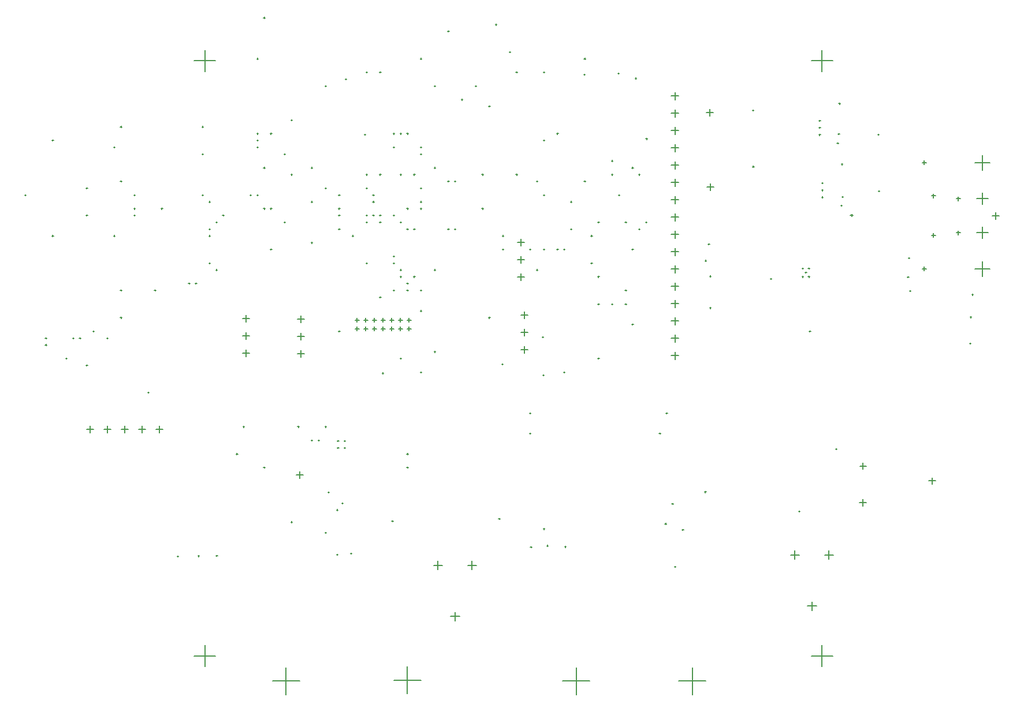
<source format=gbr>
%TF.GenerationSoftware,Altium Limited,Altium Designer,21.0.9 (235)*%
G04 Layer_Color=128*
%FSLAX26Y26*%
%MOIN*%
%TF.SameCoordinates,617CA12B-F850-4EA5-9EC3-0E5FEE419536*%
%TF.FilePolarity,Positive*%
%TF.FileFunction,Drillmap*%
%TF.Part,Single*%
G01*
G75*
%TA.AperFunction,NonConductor*%
%ADD150C,0.005000*%
D150*
X5995000Y2395000D02*
X6035000D01*
X6015000Y2375000D02*
Y2415000D01*
X5115000Y4220000D02*
X5155000D01*
X5135000Y4200000D02*
Y4240000D01*
X5110000Y4650000D02*
X5150000D01*
X5130000Y4630000D02*
Y4670000D01*
X2745000Y2555000D02*
X2785000D01*
X2765000Y2535000D02*
Y2575000D01*
X1935000Y2820000D02*
X1975000D01*
X1955000Y2800000D02*
Y2840000D01*
X1835000Y2820000D02*
X1875000D01*
X1855000Y2800000D02*
Y2840000D01*
X1735000Y2820000D02*
X1775000D01*
X1755000Y2800000D02*
Y2840000D01*
X1635000Y2820000D02*
X1675000D01*
X1655000Y2800000D02*
Y2840000D01*
X1535000Y2820000D02*
X1575000D01*
X1555000Y2800000D02*
Y2840000D01*
X5716127Y1510592D02*
X5841127D01*
X5778627Y1448092D02*
Y1573092D01*
X5716127Y4948092D02*
X5841127D01*
X5778627Y4885592D02*
Y5010592D01*
X2153627Y4948092D02*
X2278627D01*
X2216127Y4885592D02*
Y5010592D01*
X2153627Y1510592D02*
X2278627D01*
X2216127Y1448092D02*
Y1573092D01*
X6395315Y2521000D02*
X6434685D01*
X6415000Y2501315D02*
Y2540685D01*
X5995709Y2607220D02*
X6035079D01*
X6015394Y2587535D02*
Y2626905D01*
X4908346Y3245000D02*
X4951654D01*
X4930000Y3223347D02*
Y3266653D01*
X4908346Y3345000D02*
X4951654D01*
X4930000Y3323347D02*
Y3366653D01*
X4908346Y3645000D02*
X4951654D01*
X4930000Y3623347D02*
Y3666653D01*
X4908346Y3745000D02*
X4951654D01*
X4930000Y3723347D02*
Y3766653D01*
X4908346Y3845000D02*
X4951654D01*
X4930000Y3823347D02*
Y3866653D01*
X4908346Y4045000D02*
X4951654D01*
X4930000Y4023347D02*
Y4066653D01*
X4908346Y4145000D02*
X4951654D01*
X4930000Y4123346D02*
Y4166654D01*
X4908346Y4345000D02*
X4951654D01*
X4930000Y4323346D02*
Y4366654D01*
X4908346Y4545000D02*
X4951654D01*
X4930000Y4523346D02*
Y4566654D01*
X4908346Y4745000D02*
X4951654D01*
X4930000Y4723346D02*
Y4766654D01*
X4908346Y4645000D02*
X4951654D01*
X4930000Y4623346D02*
Y4666654D01*
X4908346Y4445000D02*
X4951654D01*
X4930000Y4423346D02*
Y4466654D01*
X4908346Y4245000D02*
X4951654D01*
X4930000Y4223346D02*
Y4266654D01*
X4908346Y3945000D02*
X4951654D01*
X4930000Y3923347D02*
Y3966653D01*
X4908346Y3545000D02*
X4951654D01*
X4930000Y3523347D02*
Y3566653D01*
X4908346Y3445000D02*
X4951654D01*
X4930000Y3423347D02*
Y3466653D01*
X4039921Y3280000D02*
X4080079D01*
X4060000Y3259921D02*
Y3300079D01*
X4039921Y3380000D02*
X4080079D01*
X4060000Y3359921D02*
Y3400079D01*
X4039921Y3480000D02*
X4080079D01*
X4060000Y3459921D02*
Y3500079D01*
X6669331Y4151850D02*
X6736260D01*
X6702795Y4118386D02*
Y4185315D01*
X6669331Y3955000D02*
X6736260D01*
X6702795Y3921535D02*
Y3988465D01*
X6659488Y4360512D02*
X6746102D01*
X6702795Y4317205D02*
Y4403819D01*
X6659488Y3746339D02*
X6746102D01*
X6702795Y3703032D02*
Y3789646D01*
X6761850Y4053425D02*
X6801221D01*
X6781535Y4033740D02*
Y4073110D01*
X6356339Y4360512D02*
X6379961D01*
X6368150Y4348701D02*
Y4372323D01*
X6356339Y3746339D02*
X6379961D01*
X6368150Y3734528D02*
Y3758150D01*
X6553189Y4151850D02*
X6576811D01*
X6565000Y4140039D02*
Y4163661D01*
X6553189Y3955000D02*
X6576811D01*
X6565000Y3943189D02*
Y3966811D01*
X6409488Y4167598D02*
X6433110D01*
X6421299Y4155787D02*
Y4179409D01*
X6409488Y3939252D02*
X6433110D01*
X6421299Y3927441D02*
Y3951063D01*
X4019921Y3899832D02*
X4060079D01*
X4040000Y3879754D02*
Y3919911D01*
X4019921Y3799832D02*
X4060079D01*
X4040000Y3779754D02*
Y3819911D01*
X4019921Y3699832D02*
X4060079D01*
X4040000Y3679754D02*
Y3719911D01*
X2749921Y3255000D02*
X2790079D01*
X2770000Y3234921D02*
Y3275079D01*
X2749921Y3355000D02*
X2790079D01*
X2770000Y3334921D02*
Y3375079D01*
X2749921Y3455000D02*
X2790079D01*
X2770000Y3434921D02*
Y3475079D01*
X4281260Y1365000D02*
X4438740D01*
X4360000Y1286260D02*
Y1443740D01*
X4951260Y1365000D02*
X5108740D01*
X5030000Y1286260D02*
Y1443740D01*
X2606260Y1365000D02*
X2763740D01*
X2685000Y1286260D02*
Y1443740D01*
X3306260Y1370000D02*
X3463740D01*
X3385000Y1291260D02*
Y1448740D01*
X2434921Y3260000D02*
X2475079D01*
X2455000Y3239921D02*
Y3280079D01*
X2434921Y3360000D02*
X2475079D01*
X2455000Y3339921D02*
Y3380079D01*
X2434921Y3460000D02*
X2475079D01*
X2455000Y3439921D02*
Y3480079D01*
X3383189Y3450000D02*
X3406811D01*
X3395000Y3438189D02*
Y3461811D01*
X3383189Y3400000D02*
X3406811D01*
X3395000Y3388189D02*
Y3411811D01*
X3333189Y3450000D02*
X3356811D01*
X3345000Y3438189D02*
Y3461811D01*
X3333189Y3400000D02*
X3356811D01*
X3345000Y3388189D02*
Y3411811D01*
X3283189Y3450000D02*
X3306811D01*
X3295000Y3438189D02*
Y3461811D01*
X3283189Y3400000D02*
X3306811D01*
X3295000Y3388189D02*
Y3411811D01*
X3233189Y3450000D02*
X3256811D01*
X3245000Y3438189D02*
Y3461811D01*
X3233189Y3400000D02*
X3256811D01*
X3245000Y3388189D02*
Y3411811D01*
X3183189Y3450000D02*
X3206811D01*
X3195000Y3438189D02*
Y3461811D01*
X3183189Y3400000D02*
X3206811D01*
X3195000Y3388189D02*
Y3411811D01*
X3133189Y3450000D02*
X3156811D01*
X3145000Y3438189D02*
Y3461811D01*
X3133189Y3400000D02*
X3156811D01*
X3145000Y3388189D02*
Y3411811D01*
X3083189Y3450000D02*
X3106811D01*
X3095000Y3438189D02*
Y3461811D01*
X3083189Y3400000D02*
X3106811D01*
X3095000Y3388189D02*
Y3411811D01*
X5792835Y2093425D02*
X5844016D01*
X5818425Y2067835D02*
Y2119016D01*
X5595984Y2093425D02*
X5647165D01*
X5621575Y2067835D02*
Y2119016D01*
X5694409Y1798150D02*
X5745591D01*
X5720000Y1772559D02*
Y1823740D01*
X3732835Y2033425D02*
X3784016D01*
X3758425Y2007835D02*
Y2059016D01*
X3535984Y2033425D02*
X3587165D01*
X3561575Y2007835D02*
Y2059016D01*
X3634410Y1738150D02*
X3685590D01*
X3660000Y1712559D02*
Y1763740D01*
X4762000Y4498000D02*
X4770000D01*
X4766000Y4494000D02*
Y4502000D01*
X4700000Y4847000D02*
X4708000D01*
X4704000Y4843000D02*
Y4851000D01*
X4404000Y4869000D02*
X4412000D01*
X4408000Y4865000D02*
Y4873000D01*
X4600000Y4875000D02*
X4608000D01*
X4604000Y4871000D02*
Y4879000D01*
X3239000Y3144000D02*
X3247000D01*
X3243000Y3140000D02*
Y3148000D01*
X3929000Y3196000D02*
X3937000D01*
X3933000Y3192000D02*
Y3200000D01*
X4167000Y3132000D02*
X4175000D01*
X4171000Y3128000D02*
Y3136000D01*
X4164000Y3353000D02*
X4172000D01*
X4168000Y3349000D02*
Y3357000D01*
X5942000Y4055000D02*
X5956000D01*
X5949000Y4048000D02*
Y4062000D01*
X2712535Y2283465D02*
X2720535D01*
X2716535Y2279465D02*
Y2287465D01*
X4169228Y2244095D02*
X4177228D01*
X4173228Y2240095D02*
Y2248095D01*
X3539307Y3267716D02*
X3547307D01*
X3543307Y3263716D02*
Y3271716D01*
X3539307Y3740157D02*
X3547307D01*
X3543307Y3736157D02*
Y3744157D01*
X2515685Y4527559D02*
X2523685D01*
X2519685Y4523559D02*
Y4531559D01*
X3342457Y4291339D02*
X3350457D01*
X3346457Y4287339D02*
Y4295339D01*
X2240095Y3779528D02*
X2248095D01*
X2244095Y3775528D02*
Y3783528D01*
X3381827Y3661417D02*
X3389827D01*
X3385827Y3657417D02*
Y3665417D01*
X3342457Y3740157D02*
X3350457D01*
X3346457Y3736157D02*
Y3744157D01*
X2279465Y3740157D02*
X2287465D01*
X2283465Y3736157D02*
Y3744157D01*
X3342457Y3700787D02*
X3350457D01*
X3346457Y3696787D02*
Y3704787D01*
X3460567Y4094488D02*
X3468567D01*
X3464567Y4090488D02*
Y4098488D01*
X3814898Y4094488D02*
X3822898D01*
X3818898Y4090488D02*
Y4098488D01*
X1688913Y3937008D02*
X1696913D01*
X1692913Y3933008D02*
Y3941008D01*
X4681039Y3425197D02*
X4689039D01*
X4685039Y3421197D02*
Y3429197D01*
X1295213Y3307087D02*
X1303213D01*
X1299213Y3303087D02*
Y3311087D01*
X1728284Y3622047D02*
X1736284D01*
X1732284Y3618047D02*
Y3626047D01*
X1925134Y3622047D02*
X1933134D01*
X1929134Y3618047D02*
Y3626047D01*
X3381827Y3976378D02*
X3389827D01*
X3385827Y3972378D02*
Y3980378D01*
X2988126Y4055118D02*
X2996126D01*
X2992126Y4051118D02*
Y4059118D01*
X2318835Y4055118D02*
X2326835D01*
X2322835Y4051118D02*
Y4059118D01*
X2240095Y3937008D02*
X2248095D01*
X2244095Y3933008D02*
Y3941008D01*
X3145606Y4055118D02*
X3153606D01*
X3149606Y4051118D02*
Y4059118D01*
X2988126Y3976378D02*
X2996126D01*
X2992126Y3972378D02*
Y3980378D01*
X2240095Y3976378D02*
X2248095D01*
X2244095Y3972378D02*
Y3980378D01*
X2240095Y4133858D02*
X2248095D01*
X2244095Y4129858D02*
Y4137858D01*
X3184976Y4133858D02*
X3192976D01*
X3188976Y4129858D02*
Y4137858D01*
X1807024Y4173228D02*
X1815024D01*
X1811024Y4169228D02*
Y4177228D01*
X1807024Y4094488D02*
X1815024D01*
X1811024Y4090488D02*
Y4098488D01*
X3145606Y4291339D02*
X3153606D01*
X3149606Y4287339D02*
Y4295339D01*
X3066866Y3937008D02*
X3074866D01*
X3070866Y3933008D02*
Y3941008D01*
X1452693Y3346457D02*
X1460693D01*
X1456693Y3342457D02*
Y3350457D01*
X1492063Y3346457D02*
X1500063D01*
X1496063Y3342457D02*
Y3350457D01*
X1649543Y3346457D02*
X1657543D01*
X1653543Y3342457D02*
Y3350457D01*
X4247968Y4527559D02*
X4255968D01*
X4251968Y4523559D02*
Y4531559D01*
X2830646Y3897638D02*
X2838646D01*
X2834646Y3893638D02*
Y3901638D01*
X4444819Y3937008D02*
X4452819D01*
X4448819Y3933008D02*
Y3941008D01*
X3854268Y4685039D02*
X3862268D01*
X3858268Y4681039D02*
Y4689039D01*
X3460567Y4409449D02*
X3468567D01*
X3464567Y4405449D02*
Y4413449D01*
X1807024Y4055118D02*
X1815024D01*
X1811024Y4051118D02*
Y4059118D01*
X1295213Y3346457D02*
X1303213D01*
X1299213Y3342457D02*
Y3350457D01*
X4247968Y3858268D02*
X4255968D01*
X4251968Y3854268D02*
Y3862268D01*
X1885764Y3031496D02*
X1893764D01*
X1889764Y3027496D02*
Y3035496D01*
X3342457Y3228347D02*
X3350457D01*
X3346457Y3224347D02*
Y3232347D01*
X3893638Y5157480D02*
X3901638D01*
X3897638Y5153480D02*
Y5161480D01*
X1177102Y4173228D02*
X1185102D01*
X1181102Y4169228D02*
Y4177228D01*
X4720409Y4291339D02*
X4728409D01*
X4724409Y4287339D02*
Y4295339D01*
X4720409Y3976378D02*
X4728409D01*
X4724409Y3972378D02*
Y3980378D01*
X4287339Y3149606D02*
X4295339D01*
X4291339Y3145606D02*
Y3153606D01*
X1531433Y3188976D02*
X1539433D01*
X1535433Y3184976D02*
Y3192976D01*
X3814898Y4291339D02*
X3822898D01*
X3818898Y4287339D02*
Y4295339D01*
X4011748Y4291339D02*
X4019748D01*
X4015748Y4287339D02*
Y4295339D01*
X4129858Y3740157D02*
X4137858D01*
X4133858Y3736157D02*
Y3744157D01*
X3933008Y3858268D02*
X3941008D01*
X3937008Y3854268D02*
Y3862268D01*
X2121984Y3661417D02*
X2129984D01*
X2125984Y3657417D02*
Y3665417D01*
X1531433Y4055118D02*
X1539433D01*
X1535433Y4051118D02*
Y4059118D01*
X5857000Y2706000D02*
X5865000D01*
X5861000Y2702000D02*
Y2710000D01*
X5103000Y3794000D02*
X5111000D01*
X5107000Y3790000D02*
Y3798000D01*
X2909386Y4212598D02*
X2917386D01*
X2913386Y4208598D02*
Y4216598D01*
X3145606Y4212598D02*
X3153606D01*
X3149606Y4208598D02*
Y4216598D01*
X2594425Y4527559D02*
X2602425D01*
X2598425Y4523559D02*
Y4531559D01*
X3303087Y4527559D02*
X3311087D01*
X3307087Y4523559D02*
Y4531559D01*
X3342457Y4527559D02*
X3350457D01*
X3346457Y4523559D02*
Y4531559D01*
X2712535Y4606299D02*
X2720535D01*
X2716535Y4602299D02*
Y4610299D01*
X3618047Y3976378D02*
X3626047D01*
X3622047Y3972378D02*
Y3980378D01*
X3657417Y3976378D02*
X3665417D01*
X3661417Y3972378D02*
Y3980378D01*
X2594425Y4094488D02*
X2602425D01*
X2598425Y4090488D02*
Y4098488D01*
X2279465Y4015748D02*
X2287465D01*
X2283465Y4011748D02*
Y4019748D01*
X2988126Y3385827D02*
X2996126D01*
X2992126Y3381827D02*
Y3389827D01*
X3145606Y3779528D02*
X3153606D01*
X3149606Y3775528D02*
Y3783528D01*
X3460567Y3503937D02*
X3468567D01*
X3464567Y3499937D02*
Y3507937D01*
X3421197Y3700787D02*
X3429197D01*
X3425197Y3696787D02*
Y3704787D01*
X4562929Y4370079D02*
X4570929D01*
X4566929Y4366079D02*
Y4374079D01*
X4681039Y4330709D02*
X4689039D01*
X4685039Y4326709D02*
Y4334709D01*
X4641669Y4015748D02*
X4649669D01*
X4645669Y4011748D02*
Y4019748D01*
X4681039Y3858268D02*
X4689039D01*
X4685039Y3854268D02*
Y3862268D01*
X3972378Y5000000D02*
X3980378D01*
X3976378Y4996000D02*
Y5004000D01*
X3421197Y3976378D02*
X3429197D01*
X3425197Y3972378D02*
Y3980378D01*
X2830646Y4133858D02*
X2838646D01*
X2834646Y4129858D02*
Y4137858D01*
X3421197Y4291339D02*
X3429197D01*
X3425197Y4287339D02*
Y4295339D01*
X2476315Y4173228D02*
X2484315D01*
X2480315Y4169228D02*
Y4177228D01*
X3460567Y4448819D02*
X3468567D01*
X3464567Y4444819D02*
Y4452819D01*
X2712535Y4291339D02*
X2720535D01*
X2716535Y4287339D02*
Y4295339D01*
X3460567Y4960630D02*
X3468567D01*
X3464567Y4956630D02*
Y4964630D01*
X2988126Y4173228D02*
X2996126D01*
X2992126Y4169228D02*
Y4177228D01*
X2515685Y4173228D02*
X2523685D01*
X2519685Y4169228D02*
Y4177228D01*
X3381827Y4527559D02*
X3389827D01*
X3385827Y4523559D02*
Y4531559D01*
X2830646Y4330709D02*
X2838646D01*
X2834646Y4326709D02*
Y4334709D01*
X2555055Y4330709D02*
X2563055D01*
X2559055Y4326709D02*
Y4334709D01*
X3184976Y4173228D02*
X3192976D01*
X3188976Y4169228D02*
Y4177228D01*
X4484189Y3700787D02*
X4492189D01*
X4488189Y3696787D02*
Y3704787D01*
X4562929Y4291339D02*
X4570929D01*
X4566929Y4287339D02*
Y4295339D01*
X3224347Y4055118D02*
X3232347D01*
X3228347Y4051118D02*
Y4059118D01*
X4484189Y3543307D02*
X4492189D01*
X4488189Y3539307D02*
Y3547307D01*
X3460567Y3622047D02*
X3468567D01*
X3464567Y3618047D02*
Y3626047D01*
X3184976Y4055118D02*
X3192976D01*
X3188976Y4051118D02*
Y4059118D01*
X2988126Y4094488D02*
X2996126D01*
X2992126Y4090488D02*
Y4098488D01*
X4169228Y4173228D02*
X4177228D01*
X4173228Y4169228D02*
Y4177228D01*
X3224347Y4015748D02*
X3232347D01*
X3228347Y4011748D02*
Y4019748D01*
X4602299Y4173228D02*
X4610299D01*
X4606299Y4169228D02*
Y4177228D01*
X3224347Y3582677D02*
X3232347D01*
X3228347Y3578677D02*
Y3586677D01*
X4326709Y4133858D02*
X4334709D01*
X4330709Y4129858D02*
Y4137858D01*
X3303087Y4055118D02*
X3311087D01*
X3307087Y4051118D02*
Y4059118D01*
X3303087Y3818898D02*
X3311087D01*
X3307087Y3814898D02*
Y3822898D01*
X4326709Y3976378D02*
X4334709D01*
X4330709Y3972378D02*
Y3980378D01*
X3303087Y3779528D02*
X3311087D01*
X3307087Y3775528D02*
Y3783528D01*
X4287339Y3858268D02*
X4295339D01*
X4291339Y3854268D02*
Y3862268D01*
X3342457Y4015748D02*
X3350457D01*
X3346457Y4011748D02*
Y4019748D01*
X4484189Y4015748D02*
X4492189D01*
X4488189Y4011748D02*
Y4019748D01*
X3460567Y4133858D02*
X3468567D01*
X3464567Y4129858D02*
Y4137858D01*
X2397575Y2677165D02*
X2405575D01*
X2401575Y2673165D02*
Y2681165D01*
X3381827Y4094488D02*
X3389827D01*
X3385827Y4090488D02*
Y4098488D01*
X2870016Y2755905D02*
X2878016D01*
X2874016Y2751905D02*
Y2759905D01*
X3657417Y4251968D02*
X3665417D01*
X3661417Y4247968D02*
Y4255968D01*
X4129858Y4251968D02*
X4137858D01*
X4133858Y4247968D02*
Y4255968D01*
X3460567Y4212598D02*
X3468567D01*
X3464567Y4208598D02*
Y4216598D01*
X4090488Y3858268D02*
X4098488D01*
X4094488Y3854268D02*
Y3862268D01*
X4444819Y3779528D02*
X4452819D01*
X4448819Y3775528D02*
Y3783528D01*
X3618047Y4251968D02*
X3626047D01*
X3622047Y4247968D02*
Y4255968D01*
X2161354Y3661417D02*
X2169354D01*
X2165354Y3657417D02*
Y3665417D01*
X2555055Y4094488D02*
X2563055D01*
X2559055Y4090488D02*
Y4098488D01*
X1964504Y4094488D02*
X1972504D01*
X1968504Y4090488D02*
Y4098488D01*
X4912000Y2389000D02*
X4920000D01*
X4916000Y2385000D02*
Y2393000D01*
X4872000Y2274000D02*
X4880000D01*
X4876000Y2270000D02*
Y2278000D01*
X4971000Y2240000D02*
X4979000D01*
X4975000Y2236000D02*
Y2244000D01*
X5644000Y2346000D02*
X5652000D01*
X5648000Y2342000D02*
Y2350000D01*
X5101000Y2458000D02*
X5109000D01*
X5105000Y2454000D02*
Y2462000D01*
X3137000Y4522000D02*
X3145000D01*
X3141000Y4518000D02*
Y4526000D01*
X5129000Y3521000D02*
X5137000D01*
X5133000Y3517000D02*
Y3525000D01*
X5129000Y3704000D02*
X5137000D01*
X5133000Y3700000D02*
Y3708000D01*
X5121000Y3889000D02*
X5129000D01*
X5125000Y3885000D02*
Y3893000D01*
X5377000Y4663000D02*
X5385000D01*
X5381000Y4659000D02*
Y4667000D01*
X5875000Y4701000D02*
X5883000D01*
X5879000Y4697000D02*
Y4705000D01*
X5865000Y4473000D02*
X5873000D01*
X5869000Y4469000D02*
Y4477000D01*
X5871000Y4525000D02*
X5879000D01*
X5875000Y4521000D02*
Y4529000D01*
X6099000Y4522000D02*
X6107000D01*
X6103000Y4518000D02*
Y4526000D01*
X5378000Y4337000D02*
X5386000D01*
X5382000Y4333000D02*
Y4341000D01*
X6103000Y4196000D02*
X6111000D01*
X6107000Y4192000D02*
Y4200000D01*
X5890000Y4351000D02*
X5898000D01*
X5894000Y4347000D02*
Y4355000D01*
X5886000Y4113000D02*
X5894000D01*
X5890000Y4109000D02*
Y4117000D01*
X5893000Y4163000D02*
X5901000D01*
X5897000Y4159000D02*
Y4167000D01*
X6630000Y3315000D02*
X6638000D01*
X6634000Y3311000D02*
Y3319000D01*
Y3468000D02*
X6642000D01*
X6638000Y3464000D02*
Y3472000D01*
X6644000Y3598000D02*
X6652000D01*
X6648000Y3594000D02*
Y3602000D01*
X6277000Y3809000D02*
X6285000D01*
X6281000Y3805000D02*
Y3813000D01*
X6271000Y3700000D02*
X6279000D01*
X6275000Y3696000D02*
Y3704000D01*
X6283000Y3620000D02*
X6291000D01*
X6287000Y3616000D02*
Y3624000D01*
X5480000Y3690000D02*
X5488000D01*
X5484000Y3686000D02*
Y3694000D01*
X4926000Y2026000D02*
X4934000D01*
X4930000Y2022000D02*
Y2030000D01*
X4095000Y2140000D02*
X4103000D01*
X4099000Y2136000D02*
Y2144000D01*
X3912000Y2302000D02*
X3920000D01*
X3916000Y2298000D02*
Y2306000D01*
X3295000Y2289000D02*
X3303000D01*
X3299000Y2285000D02*
Y2293000D01*
X2908905Y2222095D02*
X2916905D01*
X2912905Y2218095D02*
Y2226095D01*
X2976000Y2095000D02*
X2984000D01*
X2980000Y2091000D02*
Y2099000D01*
X3056000Y2103000D02*
X3064000D01*
X3060000Y2099000D02*
Y2107000D01*
X4294000Y2141000D02*
X4302000D01*
X4298000Y2137000D02*
Y2145000D01*
X4190000Y2147000D02*
X4198000D01*
X4194000Y2143000D02*
Y2151000D01*
X2927000Y2455000D02*
X2935000D01*
X2931000Y2451000D02*
Y2459000D01*
X3007000Y2392000D02*
X3015000D01*
X3011000Y2388000D02*
Y2396000D01*
X2976000Y2354000D02*
X2984000D01*
X2980000Y2350000D02*
Y2358000D01*
X2057000Y2086000D02*
X2065000D01*
X2061000Y2082000D02*
Y2090000D01*
X2176000Y2088000D02*
X2184000D01*
X2180000Y2084000D02*
Y2092000D01*
X2281000Y2090000D02*
X2289000D01*
X2285000Y2086000D02*
Y2094000D01*
X3539307Y4330709D02*
X3547307D01*
X3543307Y4326709D02*
Y4334709D01*
X3224347Y4291339D02*
X3232347D01*
X3228347Y4287339D02*
Y4295339D01*
X3145606Y4015748D02*
X3153606D01*
X3149606Y4011748D02*
Y4019748D01*
X3303087Y4448819D02*
X3311087D01*
X3307087Y4444819D02*
Y4452819D01*
X1728284Y4251968D02*
X1736284D01*
X1732284Y4247968D02*
Y4255968D01*
X1688913Y4448819D02*
X1696913D01*
X1692913Y4444819D02*
Y4452819D01*
X2200724Y4409449D02*
X2208724D01*
X2204724Y4405449D02*
Y4413449D01*
X2200724Y4173228D02*
X2208724D01*
X2204724Y4169228D02*
Y4177228D01*
X1728284Y4566929D02*
X1736284D01*
X1732284Y4562929D02*
Y4570929D01*
X2200724Y4566929D02*
X2208724D01*
X2204724Y4562929D02*
Y4570929D01*
X4641669Y3622047D02*
X4649669D01*
X4645669Y3618047D02*
Y3626047D01*
X4405449Y4251968D02*
X4413449D01*
X4409449Y4247968D02*
Y4255968D01*
X1413323Y3228347D02*
X1421323D01*
X1417323Y3224347D02*
Y3232347D01*
X2909386Y2834646D02*
X2917386D01*
X2913386Y2830646D02*
Y2838646D01*
X1570803Y3385827D02*
X1578803D01*
X1574803Y3381827D02*
Y3389827D01*
X2830646Y2755905D02*
X2838646D01*
X2834646Y2751905D02*
Y2759905D01*
X2555055Y2598425D02*
X2563055D01*
X2559055Y2594425D02*
Y2602425D01*
X2515685Y4960630D02*
X2523685D01*
X2519685Y4956630D02*
Y4964630D01*
X4484189Y3228347D02*
X4492189D01*
X4488189Y3224347D02*
Y3232347D01*
X2436945Y2834646D02*
X2444945D01*
X2440945Y2830646D02*
Y2838646D01*
X4405449Y4960630D02*
X4413449D01*
X4409449Y4956630D02*
Y4964630D01*
X3224347Y4881890D02*
X3232347D01*
X3228347Y4877890D02*
Y4885890D01*
X3618047Y5118110D02*
X3626047D01*
X3622047Y5114110D02*
Y5122110D01*
X3933008Y3937008D02*
X3941008D01*
X3937008Y3933008D02*
Y3941008D01*
X3145606Y4881890D02*
X3153606D01*
X3149606Y4877890D02*
Y4885890D01*
X3027496Y4842520D02*
X3035496D01*
X3031496Y4838520D02*
Y4846520D01*
X3381827Y2598425D02*
X3389827D01*
X3385827Y2594425D02*
Y2602425D01*
X2555055Y5196850D02*
X2563055D01*
X2559055Y5192850D02*
Y5200850D01*
X4090488Y2913386D02*
X4098488D01*
X4094488Y2909386D02*
Y2917386D01*
X4169228Y4881890D02*
X4177228D01*
X4173228Y4877890D02*
Y4885890D01*
X3303087Y3622047D02*
X3311087D01*
X3307087Y3618047D02*
Y3626047D01*
X4011748Y4881890D02*
X4019748D01*
X4015748Y4877890D02*
Y4885890D01*
X2515685Y4488189D02*
X2523685D01*
X2519685Y4484189D02*
Y4492189D01*
X3381827Y3622047D02*
X3389827D01*
X3385827Y3618047D02*
Y3626047D01*
X3696787Y4724409D02*
X3704787D01*
X3700787Y4720409D02*
Y4728409D01*
X3539307Y4803150D02*
X3547307D01*
X3543307Y4799150D02*
Y4807150D01*
X4169228Y4488189D02*
X4177228D01*
X4173228Y4484189D02*
Y4492189D01*
X3381827Y2677165D02*
X3389827D01*
X3385827Y2673165D02*
Y2681165D01*
X2751905Y2834646D02*
X2759905D01*
X2755905Y2830646D02*
Y2838646D01*
X2673165Y4409449D02*
X2681165D01*
X2677165Y4405449D02*
Y4413449D01*
X4877890Y2913386D02*
X4885890D01*
X4881890Y2909386D02*
Y2917386D01*
X4090488Y2795276D02*
X4098488D01*
X4094488Y2791276D02*
Y2799276D01*
X2909386Y4803150D02*
X2917386D01*
X2913386Y4799150D02*
Y4807150D01*
X1334583Y3937008D02*
X1342583D01*
X1338583Y3933008D02*
Y3941008D01*
X3775528Y4803150D02*
X3783528D01*
X3779528Y4799150D02*
Y4807150D01*
X2515685Y4448819D02*
X2523685D01*
X2519685Y4444819D02*
Y4452819D01*
X1334583Y4488189D02*
X1342583D01*
X1338583Y4484189D02*
Y4492189D01*
X2673165Y4015748D02*
X2681165D01*
X2677165Y4011748D02*
Y4019748D01*
X4641669Y3543307D02*
X4649669D01*
X4645669Y3539307D02*
Y3547307D01*
X1728284Y3464567D02*
X1736284D01*
X1732284Y3460567D02*
Y3468567D01*
X4838520Y2795276D02*
X4846520D01*
X4842520Y2791276D02*
Y2799276D01*
X5704661Y3385827D02*
X5712661D01*
X5708661Y3381827D02*
Y3389827D01*
X4759779Y4015748D02*
X4767779D01*
X4763779Y4011748D02*
Y4019748D01*
X4562929Y3543307D02*
X4570929D01*
X4566929Y3539307D02*
Y3547307D01*
X4169228Y3858268D02*
X4177228D01*
X4173228Y3854268D02*
Y3862268D01*
X3460567Y3149606D02*
X3468567D01*
X3464567Y3145606D02*
Y3153606D01*
X2594425Y3858268D02*
X2602425D01*
X2598425Y3854268D02*
Y3862268D01*
X1531433Y4212598D02*
X1539433D01*
X1535433Y4208598D02*
Y4216598D01*
X3854268Y3464567D02*
X3862268D01*
X3858268Y3460567D02*
Y3468567D01*
X5681063Y3724770D02*
X5688937D01*
X5685000Y3720833D02*
Y3728707D01*
X5663346Y3701148D02*
X5671221D01*
X5667283Y3697211D02*
Y3705085D01*
X5663346Y3748392D02*
X5671221D01*
X5667283Y3744455D02*
Y3752329D01*
X5698779Y3748392D02*
X5706654D01*
X5702717Y3744455D02*
Y3752329D01*
X5698779Y3701148D02*
X5706654D01*
X5702717Y3697211D02*
Y3705085D01*
X5776063Y4241551D02*
X5783937D01*
X5780000Y4237614D02*
Y4245488D01*
X5776063Y4201000D02*
X5783937D01*
X5780000Y4197063D02*
Y4204937D01*
X5776063Y4160449D02*
X5783937D01*
X5780000Y4156512D02*
Y4164386D01*
X5761063Y4602102D02*
X5768937D01*
X5765000Y4598165D02*
Y4606039D01*
X5761063Y4561551D02*
X5768937D01*
X5765000Y4557614D02*
Y4565488D01*
X5761063Y4521000D02*
X5768937D01*
X5765000Y4517063D02*
Y4524937D01*
X3020748Y2712191D02*
X3028622D01*
X3024685Y2708254D02*
Y2716128D01*
X2981378Y2712191D02*
X2989252D01*
X2985315Y2708254D02*
Y2716128D01*
X3020748Y2751561D02*
X3028622D01*
X3024685Y2747624D02*
Y2755498D01*
X2981378Y2751561D02*
X2989252D01*
X2985315Y2747624D02*
Y2755498D01*
%TF.MD5,9bddd2a9846501af97c6a49feaff9c30*%
M02*

</source>
